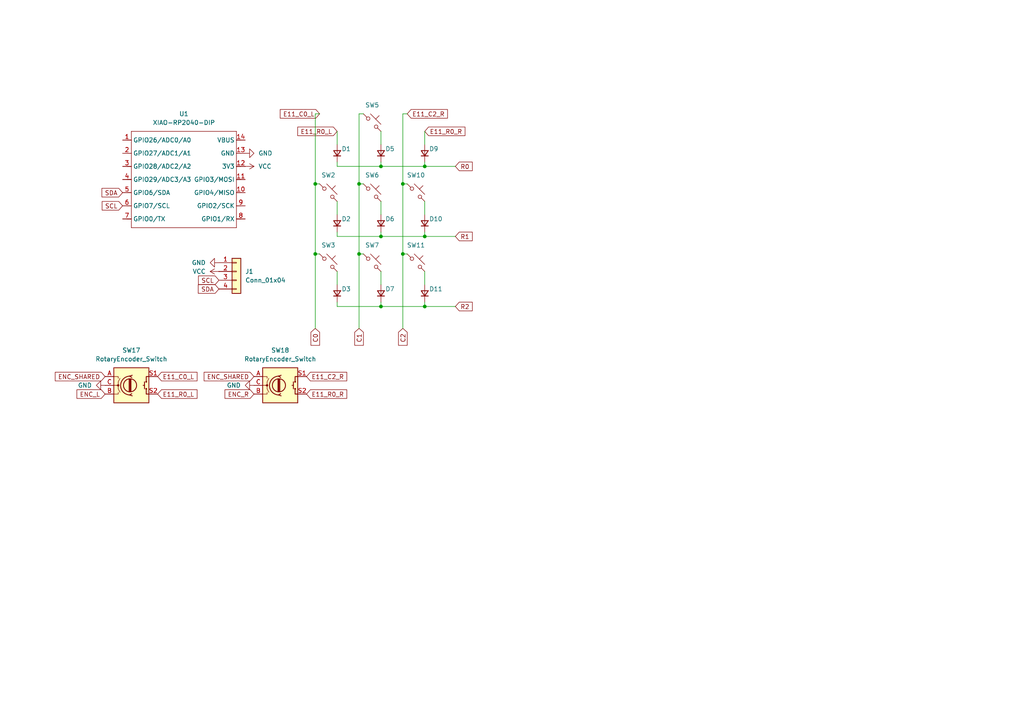
<source format=kicad_sch>
(kicad_sch (version 20231120) (generator "eeschema") (generator_version "8.0")
  (paper "A4")
  (lib_symbols
    (symbol "Connector_Generic:Conn_01x04" (pin_names (offset 1.016) hide)
      (property "Reference" "J" (at 0 5.08 0))
      (property "Value" "Conn_01x04" (at 0 -7.62 0))
      (symbol "Conn_01x04_1_1"
        (rectangle (start -1.27 -4.953) (end 0 -5.207) (stroke (width 0.1524)))
        (rectangle (start -1.27 -2.413) (end 0 -2.667) (stroke (width 0.1524)))
        (rectangle (start -1.27 0.127) (end 0 -0.127) (stroke (width 0.1524)))
        (rectangle (start -1.27 2.667) (end 0 2.413) (stroke (width 0.1524)))
        (rectangle (start -1.27 3.81) (end 1.27 -6.35) (stroke (width 0.254)) (fill (type background)))
        (pin passive line (at -5.08 2.54 0) (length 3.81) (name "Pin_1") (number "1"))
        (pin passive line (at -5.08 0 0) (length 3.81) (name "Pin_2") (number "2"))
        (pin passive line (at -5.08 -2.54 0) (length 3.81) (name "Pin_3") (number "3"))
        (pin passive line (at -5.08 -5.08 0) (length 3.81) (name "Pin_4") (number "4"))
      )
    )
    (symbol "Device:D_Small" (pin_numbers hide) (pin_names (offset 0.254) hide)
      (property "Reference" "D" (at -1.27 2.032 0))
      (property "Value" "D_Small" (at -3.81 -2.032 0))
      (symbol "D_Small_0_1"
        (polyline (pts (xy -0.762 -1.016) (xy -0.762 1.016)) (stroke (width 0.254)))
        (polyline (pts (xy -0.762 0) (xy 0.762 0)))
        (polyline (pts (xy 0.762 -1.016) (xy -0.762 0) (xy 0.762 1.016) (xy 0.762 -1.016)) (stroke (width 0.254)))
      )
      (symbol "D_Small_1_1"
        (pin passive line (at -2.54 0 0) (length 1.778) (name "K") (number "1"))
        (pin passive line (at 2.54 0 180) (length 1.778) (name "A") (number "2"))
      )
    )
    (symbol "Device:RotaryEncoder_Switch" (pin_names (offset 0.254) hide)
      (property "Reference" "SW" (at 0 6.604 0))
      (property "Value" "RotaryEncoder_Switch" (at 0 -6.604 0))
      (symbol "RotaryEncoder_Switch_0_1"
        (rectangle (start -5.08 5.08) (end 5.08 -5.08) (stroke (width 0.254)) (fill (type background)))
        (circle (center -3.81 0) (radius 0.254) (fill (type outline)))
        (circle (center -0.381 0) (radius 1.905) (stroke (width 0.254)))
        (arc (start -0.381 2.667) (mid -3.0988 -0.0635) (end -0.381 -2.794) (stroke (width 0.254)))
        (polyline (pts (xy -0.635 -1.778) (xy -0.635 1.778)) (stroke (width 0.254)))
        (polyline (pts (xy -0.381 -1.778) (xy -0.381 1.778)) (stroke (width 0.254)))
        (polyline (pts (xy -0.127 1.778) (xy -0.127 -1.778)) (stroke (width 0.254)))
        (polyline (pts (xy 3.81 0) (xy 3.429 0)) (stroke (width 0.254)))
        (polyline (pts (xy 3.81 1.016) (xy 3.81 -1.016)) (stroke (width 0.254)))
        (polyline (pts (xy -5.08 -2.54) (xy -3.81 -2.54) (xy -3.81 -2.032)))
        (polyline (pts (xy -5.08 2.54) (xy -3.81 2.54) (xy -3.81 2.032)))
        (polyline (pts (xy 0.254 -3.048) (xy -0.508 -2.794) (xy 0.127 -2.413)) (stroke (width 0.254)))
        (polyline (pts (xy 0.254 2.921) (xy -0.508 2.667) (xy 0.127 2.286)) (stroke (width 0.254)))
        (polyline (pts (xy 5.08 -2.54) (xy 4.318 -2.54) (xy 4.318 -1.016)) (stroke (width 0.254)))
        (polyline (pts (xy 5.08 2.54) (xy 4.318 2.54) (xy 4.318 1.016)) (stroke (width 0.254)))
        (polyline (pts (xy -5.08 0) (xy -3.81 0) (xy -3.81 -1.016) (xy -3.302 -2.032)))
        (polyline (pts (xy -4.318 0) (xy -3.81 0) (xy -3.81 1.016) (xy -3.302 2.032)))
        (circle (center 4.318 -1.016) (radius 0.127) (stroke (width 0.254)))
        (circle (center 4.318 1.016) (radius 0.127) (stroke (width 0.254)))
      )
      (symbol "RotaryEncoder_Switch_1_1"
        (pin passive line (at -7.62 2.54 0) (length 2.54) (name "A") (number "A"))
        (pin passive line (at -7.62 -2.54 0) (length 2.54) (name "B") (number "B"))
        (pin passive line (at -7.62 0 0) (length 2.54) (name "C") (number "C"))
        (pin passive line (at 7.62 2.54 180) (length 2.54) (name "S1") (number "S1"))
        (pin passive line (at 7.62 -2.54 180) (length 2.54) (name "S2") (number "S2"))
      )
    )
    (symbol "Seeed_Studio_XIAO_Series:XIAO-RP2040-DIP"
      (property "Reference" "U" (at 0 0 0))
      (property "Value" "XIAO-RP2040-DIP" (at 5.334 -1.778 0))
      (symbol "XIAO-RP2040-DIP_1_0"
        (polyline (pts (xy -1.27 -30.48) (xy -1.27 -16.51)) (stroke (width 0.1524)))
        (polyline (pts (xy -1.27 -27.94) (xy -2.54 -27.94)) (stroke (width 0.1524)))
        (polyline (pts (xy -1.27 -24.13) (xy -2.54 -24.13)) (stroke (width 0.1524)))
        (polyline (pts (xy -1.27 -20.32) (xy -2.54 -20.32)) (stroke (width 0.1524)))
        (polyline (pts (xy -1.27 -16.51) (xy -2.54 -16.51)) (stroke (width 0.1524)))
        (polyline (pts (xy -1.27 -16.51) (xy -1.27 -12.7)) (stroke (width 0.1524)))
        (polyline (pts (xy -1.27 -12.7) (xy -2.54 -12.7)) (stroke (width 0.1524)))
        (polyline (pts (xy -1.27 -12.7) (xy -1.27 -8.89)) (stroke (width 0.1524)))
        (polyline (pts (xy -1.27 -8.89) (xy -2.54 -8.89)) (stroke (width 0.1524)))
        (polyline (pts (xy -1.27 -8.89) (xy -1.27 -5.08)) (stroke (width 0.1524)))
        (polyline (pts (xy -1.27 -5.08) (xy -2.54 -5.08)) (stroke (width 0.1524)))
        (polyline (pts (xy -1.27 -5.08) (xy -1.27 -2.54)) (stroke (width 0.1524)))
        (polyline (pts (xy -1.27 -2.54) (xy 29.21 -2.54)) (stroke (width 0.1524)))
        (polyline (pts (xy 29.21 -30.48) (xy -1.27 -30.48)) (stroke (width 0.1524)))
        (polyline (pts (xy 29.21 -12.7) (xy 29.21 -30.48)) (stroke (width 0.1524)))
        (polyline (pts (xy 29.21 -8.89) (xy 29.21 -12.7)) (stroke (width 0.1524)))
        (polyline (pts (xy 29.21 -5.08) (xy 29.21 -8.89)) (stroke (width 0.1524)))
        (polyline (pts (xy 29.21 -2.54) (xy 29.21 -5.08)) (stroke (width 0.1524)))
        (polyline (pts (xy 30.48 -27.94) (xy 29.21 -27.94)) (stroke (width 0.1524)))
        (polyline (pts (xy 30.48 -24.13) (xy 29.21 -24.13)) (stroke (width 0.1524)))
        (polyline (pts (xy 30.48 -20.32) (xy 29.21 -20.32)) (stroke (width 0.1524)))
        (polyline (pts (xy 30.48 -16.51) (xy 29.21 -16.51)) (stroke (width 0.1524)))
        (polyline (pts (xy 30.48 -12.7) (xy 29.21 -12.7)) (stroke (width 0.1524)))
        (polyline (pts (xy 30.48 -8.89) (xy 29.21 -8.89)) (stroke (width 0.1524)))
        (polyline (pts (xy 30.48 -5.08) (xy 29.21 -5.08)) (stroke (width 0.1524)))
        (pin passive line (at -3.81 -5.08 0) (length 2.54) (name "GPIO26/ADC0/A0") (number "1"))
        (pin passive line (at 31.75 -20.32 180) (length 2.54) (name "GPIO4/MISO") (number "10"))
        (pin passive line (at 31.75 -16.51 180) (length 2.54) (name "GPIO3/MOSI") (number "11"))
        (pin passive line (at 31.75 -12.7 180) (length 2.54) (name "3V3") (number "12"))
        (pin passive line (at 31.75 -8.89 180) (length 2.54) (name "GND") (number "13"))
        (pin passive line (at 31.75 -5.08 180) (length 2.54) (name "VBUS") (number "14"))
        (pin passive line (at -3.81 -8.89 0) (length 2.54) (name "GPIO27/ADC1/A1") (number "2"))
        (pin passive line (at -3.81 -12.7 0) (length 2.54) (name "GPIO28/ADC2/A2") (number "3"))
        (pin passive line (at -3.81 -16.51 0) (length 2.54) (name "GPIO29/ADC3/A3") (number "4"))
        (pin passive line (at -3.81 -20.32 0) (length 2.54) (name "GPIO6/SDA") (number "5"))
        (pin passive line (at -3.81 -24.13 0) (length 2.54) (name "GPIO7/SCL") (number "6"))
        (pin passive line (at -3.81 -27.94 0) (length 2.54) (name "GPIO0/TX") (number "7"))
        (pin passive line (at 31.75 -27.94 180) (length 2.54) (name "GPIO1/RX") (number "8"))
        (pin passive line (at 31.75 -24.13 180) (length 2.54) (name "GPIO2/SCK") (number "9"))
      )
    )
    (symbol "Switch:SW_Push_45deg" (pin_numbers hide) (pin_names (offset 1.016) hide)
      (property "Reference" "SW" (at 3.048 1.016 0))
      (property "Value" "SW_Push_45deg" (at 0 -3.81 0))
      (symbol "SW_Push_45deg_0_1"
        (circle (center -1.1684 1.1684) (radius 0.508))
        (polyline (pts (xy -0.508 2.54) (xy 2.54 -0.508)))
        (polyline (pts (xy 1.016 1.016) (xy 2.032 2.032)))
        (polyline (pts (xy -2.54 2.54) (xy -1.524 1.524) (xy -1.524 1.524)))
        (polyline (pts (xy 1.524 -1.524) (xy 2.54 -2.54) (xy 2.54 -2.54) (xy 2.54 -2.54)))
        (circle (center 1.143 -1.1938) (radius 0.508))
        (pin passive line (at -2.54 2.54 0) (length 0) (name "1") (number "1"))
        (pin passive line (at 2.54 -2.54 180) (length 0) (name "2") (number "2"))
      )
    )
    (symbol "power:GND" (power) (pin_numbers hide) (pin_names (offset 0) hide)
      (property "Value" "GND" (at 0 -3.81 0))
      (symbol "GND_0_1"
        (polyline (pts (xy 0 0) (xy 0 -1.27) (xy 1.27 -1.27) (xy 0 -2.54) (xy -1.27 -1.27) (xy 0 -1.27)))
      )
      (symbol "GND_1_1"
        (pin power_in line (at 0 0 270) (length 0) (name "~") (number "1"))
      )
    )
    (symbol "power:VCC" (power) (pin_numbers hide) (pin_names (offset 0) hide)
      (property "Value" "VCC" (at 0 3.556 0))
      (symbol "VCC_0_1"
        (polyline (pts (xy -0.762 1.27) (xy 0 2.54)))
        (polyline (pts (xy 0 0) (xy 0 2.54)))
        (polyline (pts (xy 0 2.54) (xy 0.762 1.27)))
      )
      (symbol "VCC_1_1"
        (pin power_in line (at 0 0 90) (length 0) (name "~") (number "1"))
      )
    )
  )
  (junction (at 91.44 53.34))
  (junction (at 110.49 68.58))
  (junction (at 116.84 73.66))
  (junction (at 104.14 73.66))
  (junction (at 104.14 53.34))
  (junction (at 123.19 68.58))
  (junction (at 110.49 88.9))
  (junction (at 123.19 48.26))
  (junction (at 116.84 53.34))
  (junction (at 110.49 48.26))
  (junction (at 91.44 73.66))
  (junction (at 123.19 88.9))
  (wire (pts (xy 110.49 78.74) (xy 110.49 82.55)))
  (wire (pts (xy 116.84 53.34) (xy 116.84 73.66)))
  (wire (pts (xy 110.49 58.42) (xy 110.49 62.23)))
  (wire (pts (xy 91.44 33.02) (xy 91.44 53.34)))
  (wire (pts (xy 97.79 38.1) (xy 97.79 41.91)))
  (wire (pts (xy 97.79 67.31) (xy 97.79 68.58)))
  (wire (pts (xy 97.79 87.63) (xy 97.79 88.9)))
  (wire (pts (xy 123.19 78.74) (xy 123.19 82.55)))
  (wire (pts (xy 123.19 58.42) (xy 123.19 62.23)))
  (wire (pts (xy 110.49 48.26) (xy 123.19 48.26)))
  (wire (pts (xy 118.11 53.34) (xy 116.84 53.34)))
  (wire (pts (xy 123.19 68.58) (xy 132.08 68.58)))
  (wire (pts (xy 97.79 46.99) (xy 97.79 48.26)))
  (wire (pts (xy 116.84 73.66) (xy 116.84 95.25)))
  (wire (pts (xy 91.44 53.34) (xy 91.44 73.66)))
  (wire (pts (xy 92.71 53.34) (xy 91.44 53.34)))
  (wire (pts (xy 123.19 88.9) (xy 132.08 88.9)))
  (wire (pts (xy 104.14 53.34) (xy 104.14 73.66)))
  (wire (pts (xy 110.49 67.31) (xy 110.49 68.58)))
  (wire (pts (xy 110.49 38.1) (xy 110.49 41.91)))
  (wire (pts (xy 118.11 73.66) (xy 116.84 73.66)))
  (wire (pts (xy 104.14 33.02) (xy 104.14 53.34)))
  (wire (pts (xy 97.79 58.42) (xy 97.79 62.23)))
  (wire (pts (xy 123.19 48.26) (xy 132.08 48.26)))
  (wire (pts (xy 123.19 87.63) (xy 123.19 88.9)))
  (wire (pts (xy 110.49 46.99) (xy 110.49 48.26)))
  (wire (pts (xy 123.19 67.31) (xy 123.19 68.58)))
  (wire (pts (xy 110.49 68.58) (xy 123.19 68.58)))
  (wire (pts (xy 105.41 53.34) (xy 104.14 53.34)))
  (wire (pts (xy 97.79 88.9) (xy 110.49 88.9)))
  (wire (pts (xy 92.71 73.66) (xy 91.44 73.66)))
  (wire (pts (xy 97.79 48.26) (xy 110.49 48.26)))
  (wire (pts (xy 110.49 87.63) (xy 110.49 88.9)))
  (wire (pts (xy 91.44 73.66) (xy 91.44 95.25)))
  (wire (pts (xy 118.11 33.02) (xy 116.84 33.02)))
  (wire (pts (xy 97.79 68.58) (xy 110.49 68.58)))
  (wire (pts (xy 105.41 73.66) (xy 104.14 73.66)))
  (wire (pts (xy 123.19 46.99) (xy 123.19 48.26)))
  (wire (pts (xy 92.71 33.02) (xy 91.44 33.02)))
  (wire (pts (xy 123.19 38.1) (xy 123.19 41.91)))
  (wire (pts (xy 110.49 88.9) (xy 123.19 88.9)))
  (wire (pts (xy 116.84 33.02) (xy 116.84 53.34)))
  (wire (pts (xy 104.14 73.66) (xy 104.14 95.25)))
  (wire (pts (xy 105.41 33.02) (xy 104.14 33.02)))
  (wire (pts (xy 97.79 78.74) (xy 97.79 82.55)))
  (global_label "E11_R0_R" (shape input) (at 88.9 114.3 0) (property "Intersheetrefs" "${INTERSHEET_REFS}" (effects (hide yes))))
  (global_label "R0" (shape input) (at 132.08 48.26 0) (property "Intersheetrefs" "${INTERSHEET_REFS}" (effects (hide yes))))
  (global_label "SDA" (shape input) (at 35.56 55.88 180) (property "Intersheetrefs" "${INTERSHEET_REFS}" (effects (hide yes))))
  (global_label "ENC_SHARED" (shape input) (at 30.48 109.22 180) (property "Intersheetrefs" "${INTERSHEET_REFS}" (effects (hide yes))))
  (global_label "E11_R0_R" (shape input) (at 123.19 38.1 0) (property "Intersheetrefs" "${INTERSHEET_REFS}" (effects (hide yes))))
  (global_label "SCL" (shape input) (at 35.56 59.69 180) (property "Intersheetrefs" "${INTERSHEET_REFS}" (effects (hide yes))))
  (global_label "E11_R0_L" (shape input) (at 45.72 114.3 0) (property "Intersheetrefs" "${INTERSHEET_REFS}" (effects (hide yes))))
  (global_label "E11_C0_L" (shape input) (at 92.71 33.02 180) (property "Intersheetrefs" "${INTERSHEET_REFS}" (effects (hide yes))))
  (global_label "E11_C0_L" (shape input) (at 45.72 109.22 0) (property "Intersheetrefs" "${INTERSHEET_REFS}" (effects (hide yes))))
  (global_label "E11_C2_R" (shape input) (at 88.9 109.22 0) (property "Intersheetrefs" "${INTERSHEET_REFS}" (effects (hide yes))))
  (global_label "SDA" (shape input) (at 63.5 83.82 180) (property "Intersheetrefs" "${INTERSHEET_REFS}" (effects (hide yes))))
  (global_label "C0" (shape input) (at 91.44 95.25 270) (property "Intersheetrefs" "${INTERSHEET_REFS}" (effects (hide yes))))
  (global_label "C2" (shape input) (at 116.84 95.25 270) (property "Intersheetrefs" "${INTERSHEET_REFS}" (effects (hide yes))))
  (global_label "R2" (shape input) (at 132.08 88.9 0) (property "Intersheetrefs" "${INTERSHEET_REFS}" (effects (hide yes))))
  (global_label "C1" (shape input) (at 104.14 95.25 270) (property "Intersheetrefs" "${INTERSHEET_REFS}" (effects (hide yes))))
  (global_label "ENC_SHARED" (shape input) (at 73.66 109.22 180) (property "Intersheetrefs" "${INTERSHEET_REFS}" (effects (hide yes))))
  (global_label "ENC_R" (shape input) (at 73.66 114.3 180) (property "Intersheetrefs" "${INTERSHEET_REFS}" (effects (hide yes))))
  (global_label "E11_C2_R" (shape input) (at 118.11 33.02 0) (property "Intersheetrefs" "${INTERSHEET_REFS}" (effects (hide yes))))
  (global_label "ENC_L" (shape input) (at 30.48 114.3 180) (property "Intersheetrefs" "${INTERSHEET_REFS}" (effects (hide yes))))
  (global_label "SCL" (shape input) (at 63.5 81.28 180) (property "Intersheetrefs" "${INTERSHEET_REFS}" (effects (hide yes))))
  (global_label "E11_R0_L" (shape input) (at 97.79 38.1 180) (property "Intersheetrefs" "${INTERSHEET_REFS}" (effects (hide yes))))
  (global_label "R1" (shape input) (at 132.08 68.58 0) (property "Intersheetrefs" "${INTERSHEET_REFS}" (effects (hide yes))))
  (symbol (lib_id "Device:D_Small") (at 97.79 85.09 90) (unit 1)
    (property "Reference" "D3" (at 99.06 83.82 90) (effects (justify right)))
    (property "Value" "D" (effects (hide yes)))
    (property "Footprint" "ScottoKeebs_Components:Diode_DO-35" (effects (hide yes)))
    (property "Sim.Device" "D" (effects (hide yes)))
    (property "Sim.Pins" "1=K 2=A" (effects (hide yes)))
  )
  (symbol (lib_id "Device:D_Small") (at 123.19 44.45 90) (unit 1)
    (property "Reference" "D9" (at 124.46 43.18 90) (effects (justify right)))
    (property "Value" "D" (effects (hide yes)))
    (property "Footprint" "ScottoKeebs_Components:Diode_DO-35" (effects (hide yes)))
    (property "Sim.Device" "D" (effects (hide yes)))
    (property "Sim.Pins" "1=K 2=A" (effects (hide yes)))
  )
  (symbol (lib_id "Seeed_Studio_XIAO_Series:XIAO-RP2040-DIP") (at 39.37 35.56 0) (unit 1)
    (property "Reference" "U1" (at 53.34 33.02 0))
    (property "Value" "XIAO-RP2040-DIP" (at 53.34 35.56 0))
    (property "Footprint" "ScottoKeebs_MCU:Seeed_XIAO_RP2040" (effects (hide yes)))
  )
  (symbol (lib_id "Connector_Generic:Conn_01x04") (at 68.58 78.74 0) (unit 1)
    (property "Reference" "J1" (at 71.12 78.7399 0) (effects (justify left)))
    (property "Value" "Conn_01x04" (at 71.12 81.2799 0) (effects (justify left)))
    (property "Footprint" "ScottoKeebs_Components:OLED_128x64" (effects (hide yes)))
    (property "Description" "Generic connector, single row, 01x04, script generated (kicad-library-utils/schlib/autogen/connector/)" (effects (hide yes)))
  )
  (symbol (lib_id "Device:D_Small") (at 123.19 85.09 90) (unit 1)
    (property "Reference" "D11" (at 124.46 83.82 90) (effects (justify right)))
    (property "Value" "D" (effects (hide yes)))
    (property "Footprint" "ScottoKeebs_Components:Diode_DO-35" (effects (hide yes)))
    (property "Sim.Device" "D" (effects (hide yes)))
    (property "Sim.Pins" "1=K 2=A" (effects (hide yes)))
  )
  (symbol (lib_id "power:GND") (at 73.66 111.76 270) (unit 1)
    (property "Reference" "#PWR07" (effects (hide yes)))
    (property "Value" "GND" (at 69.85 111.7599 90) (effects (justify right)))
    (property "Description" "Power symbol creates a global label with name \"GND\" , ground" (effects (hide yes)))
  )
  (symbol (lib_id "Switch:SW_Push_45deg") (at 95.25 55.88 0) (unit 1)
    (property "Reference" "SW2" (at 95.25 50.8 0))
    (property "Value" "SW_Push" (effects (hide yes)))
    (property "Footprint" "ScottoKeebs_MX:MX_PCB_1.00u" (effects (hide yes)))
  )
  (symbol (lib_id "Switch:SW_Push_45deg") (at 107.95 35.56 0) (unit 1)
    (property "Reference" "SW5" (at 107.95 30.48 0))
    (property "Value" "SW_Push" (effects (hide yes)))
    (property "Footprint" "ScottoKeebs_MX:MX_PCB_1.00u" (effects (hide yes)))
  )
  (symbol (lib_id "Switch:SW_Push_45deg") (at 107.95 55.88 0) (unit 1)
    (property "Reference" "SW6" (at 107.95 50.8 0))
    (property "Value" "SW_Push" (effects (hide yes)))
    (property "Footprint" "ScottoKeebs_MX:MX_PCB_1.00u" (effects (hide yes)))
  )
  (symbol (lib_id "Device:D_Small") (at 97.79 64.77 90) (unit 1)
    (property "Reference" "D2" (at 99.06 63.5 90) (effects (justify right)))
    (property "Value" "D" (effects (hide yes)))
    (property "Footprint" "ScottoKeebs_Components:Diode_DO-35" (effects (hide yes)))
    (property "Sim.Device" "D" (effects (hide yes)))
    (property "Sim.Pins" "1=K 2=A" (effects (hide yes)))
  )
  (symbol (lib_id "Device:D_Small") (at 110.49 44.45 90) (unit 1)
    (property "Reference" "D5" (at 111.76 43.18 90) (effects (justify right)))
    (property "Value" "D" (effects (hide yes)))
    (property "Footprint" "ScottoKeebs_Components:Diode_DO-35" (effects (hide yes)))
    (property "Sim.Device" "D" (effects (hide yes)))
    (property "Sim.Pins" "1=K 2=A" (effects (hide yes)))
  )
  (symbol (lib_id "power:VCC") (at 63.5 78.74 90) (unit 1)
    (property "Reference" "#PWR04" (effects (hide yes)))
    (property "Value" "VCC" (at 59.69 78.7399 90) (effects (justify left)))
    (property "Description" "Power symbol creates a global label with name \"VCC\"" (effects (hide yes)))
  )
  (symbol (lib_id "power:GND") (at 30.48 111.76 270) (unit 1)
    (property "Reference" "#PWR08" (effects (hide yes)))
    (property "Value" "GND" (at 26.67 111.7599 90) (effects (justify right)))
    (property "Description" "Power symbol creates a global label with name \"GND\" , ground" (effects (hide yes)))
  )
  (symbol (lib_id "power:GND") (at 63.5 76.2 270) (unit 1)
    (property "Reference" "#PWR02" (effects (hide yes)))
    (property "Value" "GND" (at 59.69 76.1999 90) (effects (justify right)))
    (property "Description" "Power symbol creates a global label with name \"GND\" , ground" (effects (hide yes)))
  )
  (symbol (lib_id "Device:RotaryEncoder_Switch") (at 81.28 111.76 0) (unit 1)
    (property "Reference" "SW18" (at 81.28 101.6 0))
    (property "Value" "RotaryEncoder_Switch" (at 81.28 104.14 0))
    (property "Footprint" "ScottoKeebs_Scotto:Encoder_EC11_MX" (effects (hide yes)))
    (property "Description" "Rotary encoder, dual channel, incremental quadrate outputs, with switch" (effects (hide yes)))
  )
  (symbol (lib_id "Device:D_Small") (at 123.19 64.77 90) (unit 1)
    (property "Reference" "D10" (at 124.46 63.5 90) (effects (justify right)))
    (property "Value" "D" (effects (hide yes)))
    (property "Footprint" "ScottoKeebs_Components:Diode_DO-35" (effects (hide yes)))
    (property "Sim.Device" "D" (effects (hide yes)))
    (property "Sim.Pins" "1=K 2=A" (effects (hide yes)))
  )
  (symbol (lib_id "power:VCC") (at 71.12 48.26 270) (unit 1)
    (property "Reference" "#PWR03" (effects (hide yes)))
    (property "Value" "VCC" (at 74.93 48.2599 90) (effects (justify left)))
    (property "Description" "Power symbol creates a global label with name \"VCC\"" (effects (hide yes)))
  )
  (symbol (lib_id "Device:RotaryEncoder_Switch") (at 38.1 111.76 0) (unit 1)
    (property "Reference" "SW17" (at 38.1 101.6 0))
    (property "Value" "RotaryEncoder_Switch" (at 38.1 104.14 0))
    (property "Footprint" "ScottoKeebs_Scotto:Encoder_EC11_MX" (effects (hide yes)))
    (property "Description" "Rotary encoder, dual channel, incremental quadrate outputs, with switch" (effects (hide yes)))
  )
  (symbol (lib_id "Switch:SW_Push_45deg") (at 120.65 76.2 0) (unit 1)
    (property "Reference" "SW11" (at 120.65 71.12 0))
    (property "Value" "SW_Push" (effects (hide yes)))
    (property "Footprint" "ScottoKeebs_MX:MX_PCB_1.00u" (effects (hide yes)))
  )
  (symbol (lib_id "Device:D_Small") (at 110.49 85.09 90) (unit 1)
    (property "Reference" "D7" (at 111.76 83.82 90) (effects (justify right)))
    (property "Value" "D" (effects (hide yes)))
    (property "Footprint" "ScottoKeebs_Components:Diode_DO-35" (effects (hide yes)))
    (property "Sim.Device" "D" (effects (hide yes)))
    (property "Sim.Pins" "1=K 2=A" (effects (hide yes)))
  )
  (symbol (lib_id "Switch:SW_Push_45deg") (at 107.95 76.2 0) (unit 1)
    (property "Reference" "SW7" (at 107.95 71.12 0))
    (property "Value" "SW_Push" (effects (hide yes)))
    (property "Footprint" "ScottoKeebs_MX:MX_PCB_1.00u" (effects (hide yes)))
  )
  (symbol (lib_id "Switch:SW_Push_45deg") (at 120.65 55.88 0) (unit 1)
    (property "Reference" "SW10" (at 120.65 50.8 0))
    (property "Value" "SW_Push" (effects (hide yes)))
    (property "Footprint" "ScottoKeebs_MX:MX_PCB_1.00u" (effects (hide yes)))
  )
  (symbol (lib_id "power:GND") (at 71.12 44.45 90) (unit 1)
    (property "Reference" "#PWR01" (effects (hide yes)))
    (property "Value" "GND" (at 74.93 44.4499 90) (effects (justify right)))
    (property "Description" "Power symbol creates a global label with name \"GND\" , ground" (effects (hide yes)))
  )
  (symbol (lib_id "Switch:SW_Push_45deg") (at 95.25 76.2 0) (unit 1)
    (property "Reference" "SW3" (at 95.25 71.12 0))
    (property "Value" "SW_Push" (effects (hide yes)))
    (property "Footprint" "ScottoKeebs_MX:MX_PCB_1.00u" (effects (hide yes)))
  )
  (symbol (lib_id "Device:D_Small") (at 97.79 44.45 90) (unit 1)
    (property "Reference" "D1" (at 99.06 43.18 90) (effects (justify right)))
    (property "Value" "D" (effects (hide yes)))
    (property "Footprint" "ScottoKeebs_Components:Diode_DO-35" (effects (hide yes)))
    (property "Sim.Device" "D" (effects (hide yes)))
    (property "Sim.Pins" "1=K 2=A" (effects (hide yes)))
  )
  (symbol (lib_id "Device:D_Small") (at 110.49 64.77 90) (unit 1)
    (property "Reference" "D6" (at 111.76 63.5 90) (effects (justify right)))
    (property "Value" "D" (effects (hide yes)))
    (property "Footprint" "ScottoKeebs_Components:Diode_DO-35" (effects (hide yes)))
    (property "Sim.Device" "D" (effects (hide yes)))
    (property "Sim.Pins" "1=K 2=A" (effects (hide yes)))
  )
)
</source>
